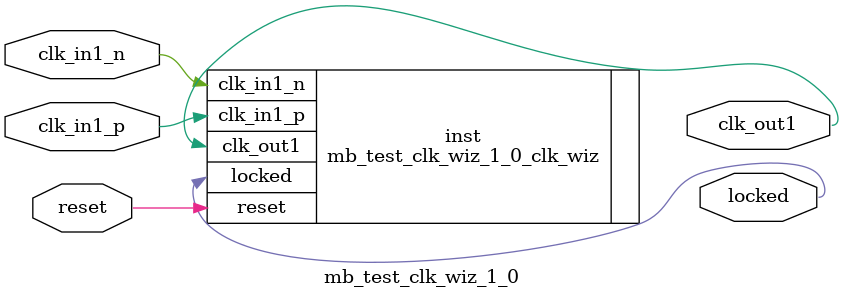
<source format=v>


`timescale 1ps/1ps

(* CORE_GENERATION_INFO = "mb_test_clk_wiz_1_0,clk_wiz_v6_0_3_0_0,{component_name=mb_test_clk_wiz_1_0,use_phase_alignment=true,use_min_o_jitter=false,use_max_i_jitter=false,use_dyn_phase_shift=false,use_inclk_switchover=false,use_dyn_reconfig=false,enable_axi=0,feedback_source=FDBK_AUTO,PRIMITIVE=MMCM,num_out_clk=1,clkin1_period=10.000,clkin2_period=10.000,use_power_down=false,use_reset=true,use_locked=true,use_inclk_stopped=false,feedback_type=SINGLE,CLOCK_MGR_TYPE=NA,manual_override=false}" *)

module mb_test_clk_wiz_1_0 
 (
  // Clock out ports
  output        clk_out1,
  // Status and control signals
  input         reset,
  output        locked,
 // Clock in ports
  input         clk_in1_p,
  input         clk_in1_n
 );

  mb_test_clk_wiz_1_0_clk_wiz inst
  (
  // Clock out ports  
  .clk_out1(clk_out1),
  // Status and control signals               
  .reset(reset), 
  .locked(locked),
 // Clock in ports
  .clk_in1_p(clk_in1_p),
  .clk_in1_n(clk_in1_n)
  );

endmodule

</source>
